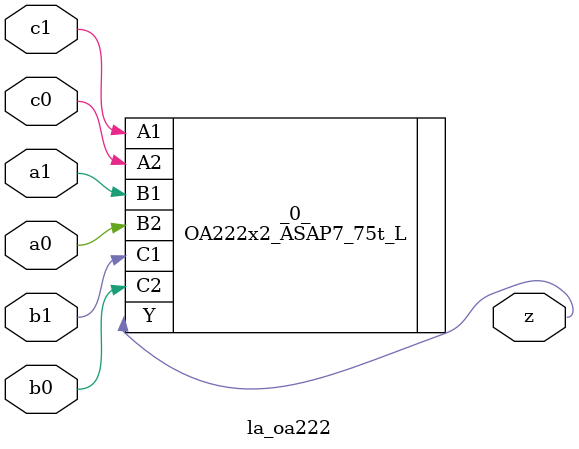
<source format=v>

/* Generated by Yosys 0.44 (git sha1 80ba43d26, g++ 11.4.0-1ubuntu1~22.04 -fPIC -O3) */

(* top =  1  *)
(* src = "generated" *)
(* keep_hierarchy *)
module la_oa222 (
    a0,
    a1,
    b0,
    b1,
    c0,
    c1,
    z
);
  (* src = "generated" *)
  input a0;
  wire a0;
  (* src = "generated" *)
  input a1;
  wire a1;
  (* src = "generated" *)
  input b0;
  wire b0;
  (* src = "generated" *)
  input b1;
  wire b1;
  (* src = "generated" *)
  input c0;
  wire c0;
  (* src = "generated" *)
  input c1;
  wire c1;
  (* src = "generated" *)
  output z;
  wire z;
  OA222x2_ASAP7_75t_L _0_ (
      .A1(c1),
      .A2(c0),
      .B1(a1),
      .B2(a0),
      .C1(b1),
      .C2(b0),
      .Y (z)
  );
endmodule

</source>
